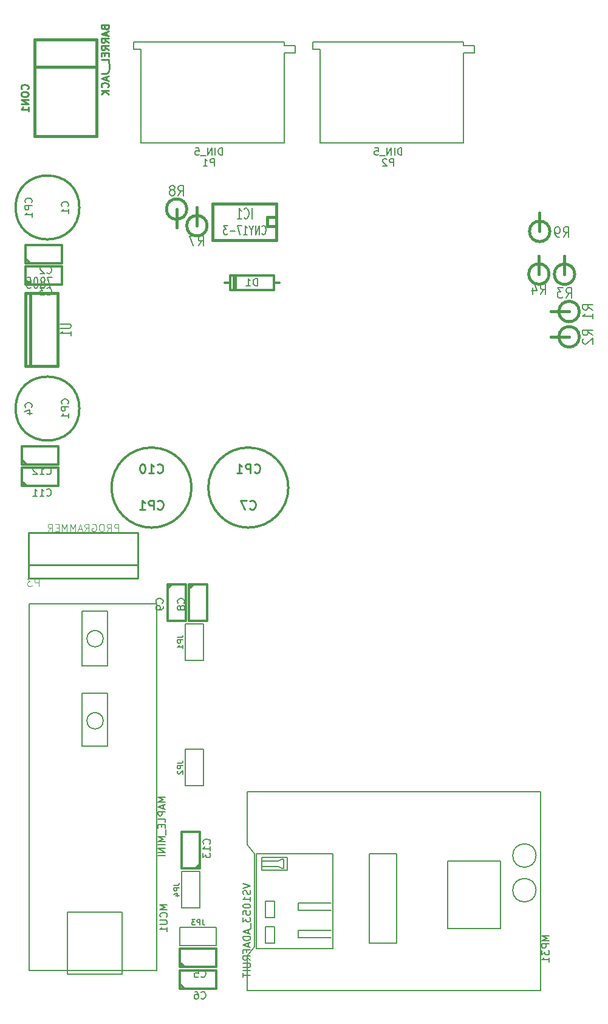
<source format=gbo>
G04 (created by PCBNEW (2013-07-07 BZR 4022)-stable) date 22/05/2015 13:43:49*
%MOIN*%
G04 Gerber Fmt 3.4, Leading zero omitted, Abs format*
%FSLAX34Y34*%
G01*
G70*
G90*
G04 APERTURE LIST*
%ADD10C,0.00590551*%
%ADD11C,0.015*%
%ADD12C,0.006*%
%ADD13C,0.012*%
%ADD14C,0.01*%
%ADD15C,0.008*%
%ADD16C,0.0035*%
G04 APERTURE END LIST*
G54D10*
G54D11*
X106336Y-47212D02*
X106086Y-47212D01*
X106086Y-47212D02*
X106086Y-51212D01*
X106086Y-51212D02*
X106336Y-51212D01*
X107836Y-47212D02*
X106336Y-47212D01*
X106336Y-47212D02*
X106336Y-51212D01*
X106336Y-51212D02*
X107836Y-51212D01*
X107836Y-51212D02*
X107836Y-47212D01*
G54D10*
X134098Y-78045D02*
G75*
G03X134098Y-78045I-640J0D01*
G74*
G01*
X134098Y-79945D02*
G75*
G03X134098Y-79945I-640J0D01*
G74*
G01*
X132158Y-82045D02*
X129258Y-82045D01*
X129258Y-82045D02*
X129258Y-78345D01*
X129258Y-78345D02*
X132158Y-78345D01*
X132158Y-78345D02*
X132158Y-82045D01*
X126458Y-82845D02*
X124958Y-82845D01*
X124958Y-82845D02*
X124958Y-77945D01*
X124958Y-77945D02*
X126458Y-77945D01*
X126458Y-77945D02*
X126458Y-82845D01*
X118258Y-77445D02*
X118258Y-74545D01*
X118258Y-83545D02*
X118258Y-85445D01*
X119058Y-78645D02*
X119958Y-78645D01*
X119958Y-78645D02*
X120158Y-78745D01*
X120158Y-78745D02*
X120258Y-78745D01*
X120258Y-78745D02*
X120258Y-78245D01*
X120258Y-78245D02*
X120158Y-78245D01*
X120158Y-78245D02*
X119958Y-78345D01*
X119958Y-78345D02*
X119058Y-78345D01*
X120458Y-78845D02*
X119058Y-78845D01*
X119058Y-78845D02*
X119058Y-78145D01*
X119058Y-78145D02*
X120458Y-78145D01*
X120458Y-78145D02*
X120458Y-78845D01*
X119758Y-81445D02*
X119258Y-81445D01*
X119258Y-81445D02*
X119258Y-80545D01*
X119258Y-80545D02*
X119758Y-80545D01*
X119758Y-80545D02*
X119758Y-81445D01*
X119758Y-82845D02*
X119258Y-82845D01*
X119258Y-82845D02*
X119258Y-81945D01*
X119258Y-81945D02*
X119758Y-81945D01*
X119758Y-81945D02*
X119758Y-82845D01*
X122858Y-81045D02*
X121058Y-81045D01*
X121058Y-81045D02*
X121058Y-80645D01*
X121058Y-80645D02*
X122858Y-80645D01*
X122858Y-82545D02*
X121058Y-82545D01*
X121058Y-82545D02*
X121058Y-82145D01*
X121058Y-82145D02*
X122858Y-82145D01*
X122158Y-83145D02*
X118758Y-83145D01*
X118758Y-83145D02*
X118758Y-77945D01*
X118758Y-77945D02*
X122958Y-77945D01*
X122958Y-77945D02*
X122958Y-83145D01*
X122958Y-83145D02*
X122158Y-83145D01*
X118258Y-83545D02*
X118658Y-83045D01*
X118658Y-83045D02*
X118658Y-77945D01*
X118658Y-77945D02*
X118258Y-77445D01*
X134358Y-85445D02*
X134358Y-74545D01*
X134358Y-74545D02*
X118258Y-74545D01*
X118258Y-85445D02*
X134358Y-85445D01*
G54D11*
X134295Y-43830D02*
X134295Y-42830D01*
X134854Y-43830D02*
G75*
G03X134854Y-43830I-559J0D01*
G74*
G01*
X134251Y-46169D02*
X134251Y-45169D01*
X134810Y-46169D02*
G75*
G03X134810Y-46169I-559J0D01*
G74*
G01*
X114370Y-42610D02*
X114370Y-43610D01*
X114929Y-42610D02*
G75*
G03X114929Y-42610I-559J0D01*
G74*
G01*
X135660Y-46180D02*
X135660Y-45180D01*
X136219Y-46180D02*
G75*
G03X136219Y-46180I-559J0D01*
G74*
G01*
X115485Y-43520D02*
X115485Y-42520D01*
X116044Y-43520D02*
G75*
G03X116044Y-43520I-559J0D01*
G74*
G01*
X135910Y-49610D02*
X134910Y-49610D01*
X136469Y-49610D02*
G75*
G03X136469Y-49610I-559J0D01*
G74*
G01*
X135910Y-48225D02*
X134910Y-48225D01*
X136469Y-48225D02*
G75*
G03X136469Y-48225I-559J0D01*
G74*
G01*
G54D12*
X116551Y-82980D02*
X116551Y-81980D01*
X116551Y-81980D02*
X114551Y-81980D01*
X114551Y-81980D02*
X114551Y-82980D01*
X114551Y-82980D02*
X116551Y-82980D01*
X115854Y-65338D02*
X114854Y-65338D01*
X114854Y-65338D02*
X114854Y-67338D01*
X114854Y-67338D02*
X115854Y-67338D01*
X115854Y-67338D02*
X115854Y-65338D01*
X115854Y-72228D02*
X114854Y-72228D01*
X114854Y-72228D02*
X114854Y-74228D01*
X114854Y-74228D02*
X115854Y-74228D01*
X115854Y-74228D02*
X115854Y-72228D01*
G54D11*
X119860Y-42307D02*
X116360Y-42307D01*
X116360Y-42307D02*
X116360Y-44307D01*
X116360Y-44307D02*
X119860Y-44307D01*
X119860Y-44307D02*
X119860Y-42307D01*
X119860Y-43057D02*
X119360Y-43057D01*
X119360Y-43057D02*
X119360Y-43557D01*
X119360Y-43557D02*
X119860Y-43557D01*
G54D13*
X117003Y-46653D02*
X117303Y-46653D01*
X117303Y-46653D02*
X117303Y-46253D01*
X117303Y-46253D02*
X119703Y-46253D01*
X119703Y-46253D02*
X119703Y-46653D01*
X119703Y-46653D02*
X120003Y-46653D01*
X119703Y-46653D02*
X119703Y-47053D01*
X119703Y-47053D02*
X117303Y-47053D01*
X117303Y-47053D02*
X117303Y-46653D01*
X117503Y-46253D02*
X117503Y-47053D01*
X117603Y-47053D02*
X117603Y-46253D01*
X109033Y-42519D02*
G75*
G03X109033Y-42519I-1750J0D01*
G74*
G01*
X109033Y-53543D02*
G75*
G03X109033Y-53543I-1750J0D01*
G74*
G01*
X120502Y-57874D02*
G75*
G03X120502Y-57874I-2195J0D01*
G74*
G01*
X115187Y-57874D02*
G75*
G03X115187Y-57874I-2195J0D01*
G74*
G01*
X113870Y-63193D02*
X113870Y-65173D01*
X113870Y-65173D02*
X114870Y-65173D01*
X114870Y-65173D02*
X114870Y-63173D01*
X114870Y-63173D02*
X113870Y-63173D01*
X114120Y-63173D02*
X113870Y-63423D01*
X115051Y-63193D02*
X115051Y-65173D01*
X115051Y-65173D02*
X116051Y-65173D01*
X116051Y-65173D02*
X116051Y-63173D01*
X116051Y-63173D02*
X115051Y-63173D01*
X115301Y-63173D02*
X115051Y-63423D01*
X114571Y-85342D02*
X116551Y-85342D01*
X116551Y-85342D02*
X116551Y-84342D01*
X116551Y-84342D02*
X114551Y-84342D01*
X114551Y-84342D02*
X114551Y-85342D01*
X114551Y-85092D02*
X114801Y-85342D01*
X114571Y-84161D02*
X116551Y-84161D01*
X116551Y-84161D02*
X116551Y-83161D01*
X116551Y-83161D02*
X114551Y-83161D01*
X114551Y-83161D02*
X114551Y-84161D01*
X114551Y-83911D02*
X114801Y-84161D01*
X105909Y-56602D02*
X107889Y-56602D01*
X107889Y-56602D02*
X107889Y-55602D01*
X107889Y-55602D02*
X105889Y-55602D01*
X105889Y-55602D02*
X105889Y-56602D01*
X105889Y-56352D02*
X106139Y-56602D01*
X105909Y-57783D02*
X107889Y-57783D01*
X107889Y-57783D02*
X107889Y-56783D01*
X107889Y-56783D02*
X105889Y-56783D01*
X105889Y-56783D02*
X105889Y-57783D01*
X105889Y-57533D02*
X106139Y-57783D01*
X106106Y-46759D02*
X108086Y-46759D01*
X108086Y-46759D02*
X108086Y-45759D01*
X108086Y-45759D02*
X106086Y-45759D01*
X106086Y-45759D02*
X106086Y-46759D01*
X106086Y-46509D02*
X106336Y-46759D01*
X106106Y-45578D02*
X108086Y-45578D01*
X108086Y-45578D02*
X108086Y-44578D01*
X108086Y-44578D02*
X106086Y-44578D01*
X106086Y-44578D02*
X106086Y-45578D01*
X106086Y-45328D02*
X106336Y-45578D01*
G54D10*
X110342Y-70658D02*
G75*
G03X110342Y-70658I-447J0D01*
G74*
G01*
X110342Y-66158D02*
G75*
G03X110342Y-66158I-447J0D01*
G74*
G01*
X110595Y-69158D02*
X109195Y-69158D01*
X109195Y-69158D02*
X109195Y-72058D01*
X109195Y-72058D02*
X110495Y-72058D01*
X110495Y-72058D02*
X110595Y-72058D01*
X110595Y-72058D02*
X110595Y-69158D01*
X110595Y-67658D02*
X109195Y-67658D01*
X109195Y-67658D02*
X109195Y-64658D01*
X109195Y-64658D02*
X110595Y-64658D01*
X110595Y-64658D02*
X110595Y-67658D01*
X111395Y-82858D02*
X111395Y-81158D01*
X111395Y-81158D02*
X108395Y-81158D01*
X108395Y-81158D02*
X108395Y-82858D01*
X111395Y-84558D02*
X111395Y-83758D01*
X111395Y-83758D02*
X111395Y-82858D01*
X108395Y-82858D02*
X108395Y-84558D01*
X108395Y-84558D02*
X111395Y-84558D01*
X113295Y-84358D02*
X113295Y-64258D01*
X113295Y-64258D02*
X106295Y-64258D01*
X106295Y-64258D02*
X106295Y-84358D01*
X106295Y-84358D02*
X113295Y-84358D01*
X120275Y-34055D02*
X120275Y-38976D01*
X120275Y-33661D02*
X120275Y-33464D01*
X120275Y-34055D02*
X120866Y-34055D01*
X120866Y-34055D02*
X120866Y-33661D01*
X120866Y-33661D02*
X120275Y-33661D01*
X112401Y-38976D02*
X120275Y-38976D01*
X112007Y-33858D02*
X112007Y-33464D01*
X112007Y-33858D02*
X112401Y-33858D01*
X112401Y-33858D02*
X112401Y-38976D01*
X116141Y-33464D02*
X112007Y-33464D01*
X116141Y-33464D02*
X120275Y-33464D01*
X130118Y-34055D02*
X130118Y-38976D01*
X130118Y-33661D02*
X130118Y-33464D01*
X130118Y-34055D02*
X130708Y-34055D01*
X130708Y-34055D02*
X130708Y-33661D01*
X130708Y-33661D02*
X130118Y-33661D01*
X122244Y-38976D02*
X130118Y-38976D01*
X121850Y-33858D02*
X121850Y-33464D01*
X121850Y-33858D02*
X122244Y-33858D01*
X122244Y-33858D02*
X122244Y-38976D01*
X125984Y-33464D02*
X121850Y-33464D01*
X125984Y-33464D02*
X130118Y-33464D01*
G54D11*
X106567Y-33617D02*
X106567Y-33317D01*
X106567Y-33317D02*
X109967Y-33317D01*
X109967Y-33317D02*
X109967Y-33617D01*
X106567Y-34817D02*
X109967Y-34817D01*
X106567Y-38617D02*
X109967Y-38617D01*
X109967Y-33617D02*
X109967Y-38617D01*
X106567Y-33617D02*
X106567Y-38617D01*
G54D14*
X109251Y-60364D02*
X112251Y-60364D01*
X109251Y-62114D02*
X112251Y-62114D01*
X109251Y-62864D02*
X112251Y-62864D01*
X106251Y-62864D02*
X106251Y-60364D01*
X112251Y-62864D02*
X112251Y-60364D01*
X109251Y-62114D02*
X106251Y-62114D01*
X106251Y-62864D02*
X109251Y-62864D01*
X109251Y-60364D02*
X106251Y-60364D01*
G54D12*
X115657Y-78921D02*
X114657Y-78921D01*
X114657Y-78921D02*
X114657Y-80921D01*
X114657Y-80921D02*
X115657Y-80921D01*
X115657Y-80921D02*
X115657Y-78921D01*
G54D13*
X115657Y-78735D02*
X115657Y-76755D01*
X115657Y-76755D02*
X114657Y-76755D01*
X114657Y-76755D02*
X114657Y-78755D01*
X114657Y-78755D02*
X115657Y-78755D01*
X115407Y-78755D02*
X115657Y-78505D01*
G54D15*
X107979Y-48907D02*
X108465Y-48907D01*
X108522Y-48926D01*
X108550Y-48945D01*
X108579Y-48984D01*
X108579Y-49060D01*
X108550Y-49098D01*
X108522Y-49117D01*
X108465Y-49136D01*
X107979Y-49136D01*
X108579Y-49536D02*
X108579Y-49307D01*
X108579Y-49422D02*
X107979Y-49422D01*
X108065Y-49384D01*
X108122Y-49345D01*
X108150Y-49307D01*
X107541Y-46355D02*
X107274Y-46355D01*
X107446Y-46955D01*
X107065Y-46612D02*
X107103Y-46584D01*
X107122Y-46555D01*
X107141Y-46498D01*
X107141Y-46469D01*
X107122Y-46412D01*
X107103Y-46384D01*
X107065Y-46355D01*
X106988Y-46355D01*
X106950Y-46384D01*
X106931Y-46412D01*
X106912Y-46469D01*
X106912Y-46498D01*
X106931Y-46555D01*
X106950Y-46584D01*
X106988Y-46612D01*
X107065Y-46612D01*
X107103Y-46641D01*
X107122Y-46669D01*
X107141Y-46726D01*
X107141Y-46841D01*
X107122Y-46898D01*
X107103Y-46926D01*
X107065Y-46955D01*
X106988Y-46955D01*
X106950Y-46926D01*
X106931Y-46898D01*
X106912Y-46841D01*
X106912Y-46726D01*
X106931Y-46669D01*
X106950Y-46641D01*
X106988Y-46612D01*
X106665Y-46355D02*
X106627Y-46355D01*
X106588Y-46384D01*
X106569Y-46412D01*
X106550Y-46469D01*
X106531Y-46584D01*
X106531Y-46726D01*
X106550Y-46841D01*
X106569Y-46898D01*
X106588Y-46926D01*
X106627Y-46955D01*
X106665Y-46955D01*
X106703Y-46926D01*
X106722Y-46898D01*
X106741Y-46841D01*
X106760Y-46726D01*
X106760Y-46584D01*
X106741Y-46469D01*
X106722Y-46412D01*
X106703Y-46384D01*
X106665Y-46355D01*
X106169Y-46355D02*
X106360Y-46355D01*
X106379Y-46641D01*
X106360Y-46612D01*
X106322Y-46584D01*
X106227Y-46584D01*
X106188Y-46612D01*
X106169Y-46641D01*
X106150Y-46698D01*
X106150Y-46841D01*
X106169Y-46898D01*
X106188Y-46926D01*
X106227Y-46955D01*
X106322Y-46955D01*
X106360Y-46926D01*
X106379Y-46898D01*
G54D10*
X134817Y-82442D02*
X134423Y-82442D01*
X134705Y-82573D01*
X134423Y-82705D01*
X134817Y-82705D01*
X134817Y-82892D02*
X134423Y-82892D01*
X134423Y-83042D01*
X134442Y-83080D01*
X134461Y-83098D01*
X134498Y-83117D01*
X134555Y-83117D01*
X134592Y-83098D01*
X134611Y-83080D01*
X134630Y-83042D01*
X134630Y-82892D01*
X134423Y-83248D02*
X134423Y-83492D01*
X134573Y-83361D01*
X134573Y-83417D01*
X134592Y-83455D01*
X134611Y-83473D01*
X134648Y-83492D01*
X134742Y-83492D01*
X134780Y-83473D01*
X134798Y-83455D01*
X134817Y-83417D01*
X134817Y-83305D01*
X134798Y-83267D01*
X134780Y-83248D01*
X134817Y-83867D02*
X134817Y-83642D01*
X134817Y-83754D02*
X134423Y-83754D01*
X134480Y-83717D01*
X134517Y-83679D01*
X134536Y-83642D01*
X118023Y-79577D02*
X118417Y-79708D01*
X118023Y-79839D01*
X118398Y-79952D02*
X118417Y-80008D01*
X118417Y-80102D01*
X118398Y-80139D01*
X118380Y-80158D01*
X118342Y-80177D01*
X118305Y-80177D01*
X118267Y-80158D01*
X118248Y-80139D01*
X118230Y-80102D01*
X118211Y-80027D01*
X118192Y-79989D01*
X118173Y-79970D01*
X118136Y-79952D01*
X118098Y-79952D01*
X118061Y-79970D01*
X118042Y-79989D01*
X118023Y-80027D01*
X118023Y-80120D01*
X118042Y-80177D01*
X118417Y-80552D02*
X118417Y-80327D01*
X118417Y-80439D02*
X118023Y-80439D01*
X118080Y-80402D01*
X118117Y-80364D01*
X118136Y-80327D01*
X118023Y-80795D02*
X118023Y-80833D01*
X118042Y-80870D01*
X118061Y-80889D01*
X118098Y-80908D01*
X118173Y-80927D01*
X118267Y-80927D01*
X118342Y-80908D01*
X118380Y-80889D01*
X118398Y-80870D01*
X118417Y-80833D01*
X118417Y-80795D01*
X118398Y-80758D01*
X118380Y-80739D01*
X118342Y-80720D01*
X118267Y-80702D01*
X118173Y-80702D01*
X118098Y-80720D01*
X118061Y-80739D01*
X118042Y-80758D01*
X118023Y-80795D01*
X118023Y-81283D02*
X118023Y-81095D01*
X118211Y-81077D01*
X118192Y-81095D01*
X118173Y-81133D01*
X118173Y-81227D01*
X118192Y-81264D01*
X118211Y-81283D01*
X118248Y-81302D01*
X118342Y-81302D01*
X118380Y-81283D01*
X118398Y-81264D01*
X118417Y-81227D01*
X118417Y-81133D01*
X118398Y-81095D01*
X118380Y-81077D01*
X118023Y-81433D02*
X118023Y-81676D01*
X118173Y-81545D01*
X118173Y-81601D01*
X118192Y-81639D01*
X118211Y-81658D01*
X118248Y-81676D01*
X118342Y-81676D01*
X118380Y-81658D01*
X118398Y-81639D01*
X118417Y-81601D01*
X118417Y-81489D01*
X118398Y-81452D01*
X118380Y-81433D01*
X118455Y-81751D02*
X118455Y-82051D01*
X118305Y-82126D02*
X118305Y-82314D01*
X118417Y-82089D02*
X118023Y-82220D01*
X118417Y-82351D01*
X118417Y-82483D02*
X118023Y-82483D01*
X118023Y-82576D01*
X118042Y-82633D01*
X118080Y-82670D01*
X118117Y-82689D01*
X118192Y-82708D01*
X118248Y-82708D01*
X118323Y-82689D01*
X118361Y-82670D01*
X118398Y-82633D01*
X118417Y-82576D01*
X118417Y-82483D01*
X118305Y-82858D02*
X118305Y-83045D01*
X118417Y-82820D02*
X118023Y-82951D01*
X118417Y-83083D01*
X118211Y-83345D02*
X118211Y-83214D01*
X118417Y-83214D02*
X118023Y-83214D01*
X118023Y-83401D01*
X118417Y-83776D02*
X118230Y-83645D01*
X118417Y-83551D02*
X118023Y-83551D01*
X118023Y-83701D01*
X118042Y-83739D01*
X118061Y-83757D01*
X118098Y-83776D01*
X118155Y-83776D01*
X118192Y-83757D01*
X118211Y-83739D01*
X118230Y-83701D01*
X118230Y-83551D01*
X118023Y-83945D02*
X118342Y-83945D01*
X118380Y-83964D01*
X118398Y-83982D01*
X118417Y-84020D01*
X118417Y-84095D01*
X118398Y-84132D01*
X118380Y-84151D01*
X118342Y-84170D01*
X118023Y-84170D01*
X118417Y-84357D02*
X118023Y-84357D01*
X118023Y-84489D02*
X118023Y-84714D01*
X118417Y-84601D02*
X118023Y-84601D01*
G54D15*
X135603Y-44147D02*
X135770Y-43885D01*
X135889Y-44147D02*
X135889Y-43597D01*
X135698Y-43597D01*
X135650Y-43623D01*
X135627Y-43650D01*
X135603Y-43702D01*
X135603Y-43780D01*
X135627Y-43833D01*
X135650Y-43859D01*
X135698Y-43885D01*
X135889Y-43885D01*
X135365Y-44147D02*
X135270Y-44147D01*
X135222Y-44121D01*
X135198Y-44095D01*
X135150Y-44016D01*
X135127Y-43911D01*
X135127Y-43702D01*
X135150Y-43650D01*
X135174Y-43623D01*
X135222Y-43597D01*
X135317Y-43597D01*
X135365Y-43623D01*
X135389Y-43650D01*
X135412Y-43702D01*
X135412Y-43833D01*
X135389Y-43885D01*
X135365Y-43911D01*
X135317Y-43938D01*
X135222Y-43938D01*
X135174Y-43911D01*
X135150Y-43885D01*
X135127Y-43833D01*
X134335Y-47269D02*
X134501Y-47007D01*
X134621Y-47269D02*
X134621Y-46719D01*
X134430Y-46719D01*
X134382Y-46746D01*
X134359Y-46772D01*
X134335Y-46824D01*
X134335Y-46903D01*
X134359Y-46955D01*
X134382Y-46981D01*
X134430Y-47007D01*
X134621Y-47007D01*
X133906Y-46903D02*
X133906Y-47269D01*
X134025Y-46693D02*
X134144Y-47086D01*
X133835Y-47086D01*
X114458Y-41872D02*
X114625Y-41610D01*
X114744Y-41872D02*
X114744Y-41322D01*
X114553Y-41322D01*
X114505Y-41348D01*
X114482Y-41375D01*
X114458Y-41427D01*
X114458Y-41505D01*
X114482Y-41558D01*
X114505Y-41584D01*
X114553Y-41610D01*
X114744Y-41610D01*
X114172Y-41558D02*
X114220Y-41532D01*
X114244Y-41505D01*
X114267Y-41453D01*
X114267Y-41427D01*
X114244Y-41375D01*
X114220Y-41348D01*
X114172Y-41322D01*
X114077Y-41322D01*
X114029Y-41348D01*
X114005Y-41375D01*
X113982Y-41427D01*
X113982Y-41453D01*
X114005Y-41505D01*
X114029Y-41532D01*
X114077Y-41558D01*
X114172Y-41558D01*
X114220Y-41584D01*
X114244Y-41610D01*
X114267Y-41663D01*
X114267Y-41767D01*
X114244Y-41820D01*
X114220Y-41846D01*
X114172Y-41872D01*
X114077Y-41872D01*
X114029Y-41846D01*
X114005Y-41820D01*
X113982Y-41767D01*
X113982Y-41663D01*
X114005Y-41610D01*
X114029Y-41584D01*
X114077Y-41558D01*
X135743Y-47477D02*
X135910Y-47215D01*
X136029Y-47477D02*
X136029Y-46927D01*
X135838Y-46927D01*
X135790Y-46953D01*
X135767Y-46979D01*
X135743Y-47032D01*
X135743Y-47110D01*
X135767Y-47163D01*
X135790Y-47189D01*
X135838Y-47215D01*
X136029Y-47215D01*
X135576Y-46927D02*
X135267Y-46927D01*
X135433Y-47136D01*
X135362Y-47136D01*
X135314Y-47163D01*
X135290Y-47189D01*
X135267Y-47241D01*
X135267Y-47372D01*
X135290Y-47425D01*
X135314Y-47451D01*
X135362Y-47477D01*
X135505Y-47477D01*
X135552Y-47451D01*
X135576Y-47425D01*
X115568Y-44620D02*
X115735Y-44358D01*
X115854Y-44620D02*
X115854Y-44070D01*
X115663Y-44070D01*
X115615Y-44096D01*
X115592Y-44122D01*
X115568Y-44175D01*
X115568Y-44253D01*
X115592Y-44306D01*
X115615Y-44332D01*
X115663Y-44358D01*
X115854Y-44358D01*
X115401Y-44070D02*
X115068Y-44070D01*
X115282Y-44620D01*
X137207Y-49526D02*
X136945Y-49360D01*
X137207Y-49240D02*
X136657Y-49240D01*
X136657Y-49431D01*
X136683Y-49479D01*
X136709Y-49502D01*
X136762Y-49526D01*
X136840Y-49526D01*
X136893Y-49502D01*
X136919Y-49479D01*
X136945Y-49431D01*
X136945Y-49240D01*
X136709Y-49717D02*
X136683Y-49740D01*
X136657Y-49788D01*
X136657Y-49907D01*
X136683Y-49955D01*
X136709Y-49979D01*
X136762Y-50002D01*
X136814Y-50002D01*
X136893Y-49979D01*
X137207Y-49693D01*
X137207Y-50002D01*
X137207Y-48141D02*
X136945Y-47975D01*
X137207Y-47855D02*
X136657Y-47855D01*
X136657Y-48046D01*
X136683Y-48094D01*
X136709Y-48117D01*
X136762Y-48141D01*
X136840Y-48141D01*
X136893Y-48117D01*
X136919Y-48094D01*
X136945Y-48046D01*
X136945Y-47855D01*
X137207Y-48617D02*
X137207Y-48332D01*
X137207Y-48475D02*
X136657Y-48475D01*
X136735Y-48427D01*
X136788Y-48379D01*
X136814Y-48332D01*
G54D12*
X115801Y-81551D02*
X115801Y-81766D01*
X115815Y-81808D01*
X115844Y-81837D01*
X115886Y-81851D01*
X115915Y-81851D01*
X115658Y-81851D02*
X115658Y-81551D01*
X115544Y-81551D01*
X115515Y-81566D01*
X115501Y-81580D01*
X115486Y-81608D01*
X115486Y-81651D01*
X115501Y-81680D01*
X115515Y-81694D01*
X115544Y-81708D01*
X115658Y-81708D01*
X115386Y-81551D02*
X115201Y-81551D01*
X115301Y-81666D01*
X115258Y-81666D01*
X115229Y-81680D01*
X115215Y-81694D01*
X115201Y-81723D01*
X115201Y-81794D01*
X115215Y-81823D01*
X115229Y-81837D01*
X115258Y-81851D01*
X115344Y-81851D01*
X115372Y-81837D01*
X115386Y-81823D01*
X114425Y-66088D02*
X114640Y-66088D01*
X114682Y-66074D01*
X114711Y-66045D01*
X114725Y-66002D01*
X114725Y-65974D01*
X114725Y-66231D02*
X114425Y-66231D01*
X114425Y-66345D01*
X114440Y-66374D01*
X114454Y-66388D01*
X114482Y-66402D01*
X114525Y-66402D01*
X114554Y-66388D01*
X114568Y-66374D01*
X114582Y-66345D01*
X114582Y-66231D01*
X114725Y-66688D02*
X114725Y-66517D01*
X114725Y-66602D02*
X114425Y-66602D01*
X114468Y-66574D01*
X114497Y-66545D01*
X114511Y-66517D01*
X114425Y-72978D02*
X114640Y-72978D01*
X114682Y-72964D01*
X114711Y-72935D01*
X114725Y-72892D01*
X114725Y-72864D01*
X114725Y-73121D02*
X114425Y-73121D01*
X114425Y-73235D01*
X114440Y-73264D01*
X114454Y-73278D01*
X114482Y-73292D01*
X114525Y-73292D01*
X114554Y-73278D01*
X114568Y-73264D01*
X114582Y-73235D01*
X114582Y-73121D01*
X114454Y-73406D02*
X114440Y-73421D01*
X114425Y-73449D01*
X114425Y-73521D01*
X114440Y-73549D01*
X114454Y-73564D01*
X114482Y-73578D01*
X114511Y-73578D01*
X114554Y-73564D01*
X114725Y-73392D01*
X114725Y-73578D01*
X118500Y-43149D02*
X118500Y-42549D01*
X118081Y-43092D02*
X118100Y-43121D01*
X118157Y-43149D01*
X118195Y-43149D01*
X118253Y-43121D01*
X118291Y-43064D01*
X118310Y-43007D01*
X118329Y-42892D01*
X118329Y-42807D01*
X118310Y-42692D01*
X118291Y-42635D01*
X118253Y-42578D01*
X118195Y-42549D01*
X118157Y-42549D01*
X118100Y-42578D01*
X118081Y-42607D01*
X117700Y-43149D02*
X117929Y-43149D01*
X117814Y-43149D02*
X117814Y-42549D01*
X117853Y-42635D01*
X117891Y-42692D01*
X117929Y-42721D01*
X119051Y-43961D02*
X119068Y-43985D01*
X119118Y-44009D01*
X119151Y-44009D01*
X119201Y-43985D01*
X119235Y-43938D01*
X119251Y-43890D01*
X119268Y-43795D01*
X119268Y-43723D01*
X119251Y-43628D01*
X119235Y-43580D01*
X119201Y-43533D01*
X119151Y-43509D01*
X119118Y-43509D01*
X119068Y-43533D01*
X119051Y-43557D01*
X118901Y-44009D02*
X118901Y-43509D01*
X118701Y-44009D01*
X118701Y-43509D01*
X118468Y-43771D02*
X118468Y-44009D01*
X118585Y-43509D02*
X118468Y-43771D01*
X118351Y-43509D01*
X118051Y-44009D02*
X118251Y-44009D01*
X118151Y-44009D02*
X118151Y-43509D01*
X118185Y-43580D01*
X118218Y-43628D01*
X118251Y-43652D01*
X117935Y-43509D02*
X117701Y-43509D01*
X117851Y-44009D01*
X117568Y-43818D02*
X117301Y-43818D01*
X117168Y-43509D02*
X116951Y-43509D01*
X117068Y-43699D01*
X117018Y-43699D01*
X116985Y-43723D01*
X116968Y-43747D01*
X116951Y-43795D01*
X116951Y-43914D01*
X116968Y-43961D01*
X116985Y-43985D01*
X117018Y-44009D01*
X117118Y-44009D01*
X117151Y-43985D01*
X117168Y-43961D01*
G54D15*
X118799Y-46815D02*
X118799Y-46415D01*
X118703Y-46415D01*
X118646Y-46434D01*
X118608Y-46472D01*
X118589Y-46510D01*
X118570Y-46586D01*
X118570Y-46644D01*
X118589Y-46720D01*
X118608Y-46758D01*
X118646Y-46796D01*
X118703Y-46815D01*
X118799Y-46815D01*
X118189Y-46815D02*
X118418Y-46815D01*
X118303Y-46815D02*
X118303Y-46415D01*
X118342Y-46472D01*
X118380Y-46510D01*
X118418Y-46529D01*
X108407Y-42453D02*
X108426Y-42433D01*
X108445Y-42376D01*
X108445Y-42338D01*
X108426Y-42281D01*
X108388Y-42243D01*
X108350Y-42224D01*
X108273Y-42205D01*
X108216Y-42205D01*
X108140Y-42224D01*
X108102Y-42243D01*
X108064Y-42281D01*
X108045Y-42338D01*
X108045Y-42376D01*
X108064Y-42433D01*
X108083Y-42453D01*
X108445Y-42833D02*
X108445Y-42605D01*
X108445Y-42719D02*
X108045Y-42719D01*
X108102Y-42681D01*
X108140Y-42643D01*
X108159Y-42605D01*
X106407Y-42253D02*
X106426Y-42233D01*
X106445Y-42176D01*
X106445Y-42138D01*
X106426Y-42081D01*
X106388Y-42043D01*
X106350Y-42024D01*
X106273Y-42005D01*
X106216Y-42005D01*
X106140Y-42024D01*
X106102Y-42043D01*
X106064Y-42081D01*
X106045Y-42138D01*
X106045Y-42176D01*
X106064Y-42233D01*
X106083Y-42253D01*
X106445Y-42424D02*
X106045Y-42424D01*
X106045Y-42576D01*
X106064Y-42614D01*
X106083Y-42633D01*
X106121Y-42653D01*
X106178Y-42653D01*
X106216Y-42633D01*
X106235Y-42614D01*
X106254Y-42576D01*
X106254Y-42424D01*
X106445Y-43033D02*
X106445Y-42805D01*
X106445Y-42919D02*
X106045Y-42919D01*
X106102Y-42881D01*
X106140Y-42843D01*
X106159Y-42805D01*
X106407Y-53476D02*
X106426Y-53457D01*
X106445Y-53400D01*
X106445Y-53362D01*
X106426Y-53305D01*
X106388Y-53267D01*
X106350Y-53248D01*
X106273Y-53229D01*
X106216Y-53229D01*
X106140Y-53248D01*
X106102Y-53267D01*
X106064Y-53305D01*
X106045Y-53362D01*
X106045Y-53400D01*
X106064Y-53457D01*
X106083Y-53476D01*
X106178Y-53819D02*
X106445Y-53819D01*
X106026Y-53724D02*
X106312Y-53629D01*
X106312Y-53876D01*
X108407Y-53276D02*
X108426Y-53257D01*
X108445Y-53200D01*
X108445Y-53162D01*
X108426Y-53105D01*
X108388Y-53067D01*
X108350Y-53048D01*
X108273Y-53029D01*
X108216Y-53029D01*
X108140Y-53048D01*
X108102Y-53067D01*
X108064Y-53105D01*
X108045Y-53162D01*
X108045Y-53200D01*
X108064Y-53257D01*
X108083Y-53276D01*
X108445Y-53448D02*
X108045Y-53448D01*
X108045Y-53600D01*
X108064Y-53638D01*
X108083Y-53657D01*
X108121Y-53676D01*
X108178Y-53676D01*
X108216Y-53657D01*
X108235Y-53638D01*
X108254Y-53600D01*
X108254Y-53448D01*
X108445Y-54057D02*
X108445Y-53829D01*
X108445Y-53943D02*
X108045Y-53943D01*
X108102Y-53905D01*
X108140Y-53867D01*
X108159Y-53829D01*
G54D14*
X118390Y-59028D02*
X118414Y-59052D01*
X118485Y-59076D01*
X118533Y-59076D01*
X118604Y-59052D01*
X118652Y-59004D01*
X118676Y-58957D01*
X118699Y-58862D01*
X118699Y-58790D01*
X118676Y-58695D01*
X118652Y-58647D01*
X118604Y-58600D01*
X118533Y-58576D01*
X118485Y-58576D01*
X118414Y-58600D01*
X118390Y-58624D01*
X118223Y-58576D02*
X117890Y-58576D01*
X118104Y-59076D01*
X118640Y-57028D02*
X118664Y-57052D01*
X118735Y-57076D01*
X118783Y-57076D01*
X118854Y-57052D01*
X118902Y-57004D01*
X118926Y-56957D01*
X118949Y-56862D01*
X118949Y-56790D01*
X118926Y-56695D01*
X118902Y-56647D01*
X118854Y-56600D01*
X118783Y-56576D01*
X118735Y-56576D01*
X118664Y-56600D01*
X118640Y-56624D01*
X118426Y-57076D02*
X118426Y-56576D01*
X118235Y-56576D01*
X118188Y-56600D01*
X118164Y-56624D01*
X118140Y-56671D01*
X118140Y-56743D01*
X118164Y-56790D01*
X118188Y-56814D01*
X118235Y-56838D01*
X118426Y-56838D01*
X117664Y-57076D02*
X117949Y-57076D01*
X117807Y-57076D02*
X117807Y-56576D01*
X117854Y-56647D01*
X117902Y-56695D01*
X117949Y-56719D01*
X113313Y-57028D02*
X113337Y-57052D01*
X113408Y-57076D01*
X113456Y-57076D01*
X113527Y-57052D01*
X113575Y-57004D01*
X113599Y-56957D01*
X113623Y-56862D01*
X113623Y-56790D01*
X113599Y-56695D01*
X113575Y-56647D01*
X113527Y-56600D01*
X113456Y-56576D01*
X113408Y-56576D01*
X113337Y-56600D01*
X113313Y-56624D01*
X112837Y-57076D02*
X113123Y-57076D01*
X112980Y-57076D02*
X112980Y-56576D01*
X113027Y-56647D01*
X113075Y-56695D01*
X113123Y-56719D01*
X112527Y-56576D02*
X112480Y-56576D01*
X112432Y-56600D01*
X112408Y-56624D01*
X112384Y-56671D01*
X112361Y-56766D01*
X112361Y-56885D01*
X112384Y-56981D01*
X112408Y-57028D01*
X112432Y-57052D01*
X112480Y-57076D01*
X112527Y-57076D01*
X112575Y-57052D01*
X112599Y-57028D01*
X112623Y-56981D01*
X112646Y-56885D01*
X112646Y-56766D01*
X112623Y-56671D01*
X112599Y-56624D01*
X112575Y-56600D01*
X112527Y-56576D01*
X113325Y-59028D02*
X113349Y-59052D01*
X113420Y-59076D01*
X113468Y-59076D01*
X113539Y-59052D01*
X113587Y-59004D01*
X113611Y-58957D01*
X113634Y-58862D01*
X113634Y-58790D01*
X113611Y-58695D01*
X113587Y-58647D01*
X113539Y-58600D01*
X113468Y-58576D01*
X113420Y-58576D01*
X113349Y-58600D01*
X113325Y-58624D01*
X113111Y-59076D02*
X113111Y-58576D01*
X112920Y-58576D01*
X112873Y-58600D01*
X112849Y-58624D01*
X112825Y-58671D01*
X112825Y-58743D01*
X112849Y-58790D01*
X112873Y-58814D01*
X112920Y-58838D01*
X113111Y-58838D01*
X112349Y-59076D02*
X112634Y-59076D01*
X112492Y-59076D02*
X112492Y-58576D01*
X112539Y-58647D01*
X112587Y-58695D01*
X112634Y-58719D01*
G54D15*
X113593Y-64206D02*
X113612Y-64187D01*
X113631Y-64130D01*
X113631Y-64092D01*
X113612Y-64035D01*
X113574Y-63997D01*
X113536Y-63977D01*
X113460Y-63958D01*
X113403Y-63958D01*
X113327Y-63977D01*
X113289Y-63997D01*
X113251Y-64035D01*
X113231Y-64092D01*
X113231Y-64130D01*
X113251Y-64187D01*
X113270Y-64206D01*
X113631Y-64397D02*
X113631Y-64473D01*
X113612Y-64511D01*
X113593Y-64530D01*
X113536Y-64568D01*
X113460Y-64587D01*
X113308Y-64587D01*
X113270Y-64568D01*
X113251Y-64549D01*
X113231Y-64511D01*
X113231Y-64435D01*
X113251Y-64397D01*
X113270Y-64377D01*
X113308Y-64358D01*
X113403Y-64358D01*
X113441Y-64377D01*
X113460Y-64397D01*
X113479Y-64435D01*
X113479Y-64511D01*
X113460Y-64549D01*
X113441Y-64568D01*
X113403Y-64587D01*
X114774Y-64206D02*
X114794Y-64187D01*
X114813Y-64130D01*
X114813Y-64092D01*
X114794Y-64035D01*
X114755Y-63997D01*
X114717Y-63977D01*
X114641Y-63958D01*
X114584Y-63958D01*
X114508Y-63977D01*
X114470Y-63997D01*
X114432Y-64035D01*
X114413Y-64092D01*
X114413Y-64130D01*
X114432Y-64187D01*
X114451Y-64206D01*
X114584Y-64435D02*
X114565Y-64397D01*
X114546Y-64377D01*
X114508Y-64358D01*
X114489Y-64358D01*
X114451Y-64377D01*
X114432Y-64397D01*
X114413Y-64435D01*
X114413Y-64511D01*
X114432Y-64549D01*
X114451Y-64568D01*
X114489Y-64587D01*
X114508Y-64587D01*
X114546Y-64568D01*
X114565Y-64549D01*
X114584Y-64511D01*
X114584Y-64435D01*
X114603Y-64397D01*
X114622Y-64377D01*
X114660Y-64358D01*
X114736Y-64358D01*
X114774Y-64377D01*
X114794Y-64397D01*
X114813Y-64435D01*
X114813Y-64511D01*
X114794Y-64549D01*
X114774Y-64568D01*
X114736Y-64587D01*
X114660Y-64587D01*
X114622Y-64568D01*
X114603Y-64549D01*
X114584Y-64511D01*
X115717Y-85866D02*
X115736Y-85885D01*
X115794Y-85904D01*
X115832Y-85904D01*
X115889Y-85885D01*
X115927Y-85847D01*
X115946Y-85809D01*
X115965Y-85732D01*
X115965Y-85675D01*
X115946Y-85599D01*
X115927Y-85561D01*
X115889Y-85523D01*
X115832Y-85504D01*
X115794Y-85504D01*
X115736Y-85523D01*
X115717Y-85542D01*
X115374Y-85504D02*
X115451Y-85504D01*
X115489Y-85523D01*
X115508Y-85542D01*
X115546Y-85599D01*
X115565Y-85675D01*
X115565Y-85828D01*
X115546Y-85866D01*
X115527Y-85885D01*
X115489Y-85904D01*
X115413Y-85904D01*
X115374Y-85885D01*
X115355Y-85866D01*
X115336Y-85828D01*
X115336Y-85732D01*
X115355Y-85694D01*
X115374Y-85675D01*
X115413Y-85656D01*
X115489Y-85656D01*
X115527Y-85675D01*
X115546Y-85694D01*
X115565Y-85732D01*
X115717Y-84685D02*
X115736Y-84704D01*
X115794Y-84723D01*
X115832Y-84723D01*
X115889Y-84704D01*
X115927Y-84666D01*
X115946Y-84628D01*
X115965Y-84551D01*
X115965Y-84494D01*
X115946Y-84418D01*
X115927Y-84380D01*
X115889Y-84342D01*
X115832Y-84323D01*
X115794Y-84323D01*
X115736Y-84342D01*
X115717Y-84361D01*
X115355Y-84323D02*
X115546Y-84323D01*
X115565Y-84513D01*
X115546Y-84494D01*
X115508Y-84475D01*
X115413Y-84475D01*
X115374Y-84494D01*
X115355Y-84513D01*
X115336Y-84551D01*
X115336Y-84647D01*
X115355Y-84685D01*
X115374Y-84704D01*
X115413Y-84723D01*
X115508Y-84723D01*
X115546Y-84704D01*
X115565Y-84685D01*
X107246Y-57126D02*
X107265Y-57145D01*
X107323Y-57164D01*
X107361Y-57164D01*
X107418Y-57145D01*
X107456Y-57107D01*
X107475Y-57069D01*
X107494Y-56992D01*
X107494Y-56935D01*
X107475Y-56859D01*
X107456Y-56821D01*
X107418Y-56783D01*
X107361Y-56764D01*
X107323Y-56764D01*
X107265Y-56783D01*
X107246Y-56802D01*
X106865Y-57164D02*
X107094Y-57164D01*
X106980Y-57164D02*
X106980Y-56764D01*
X107018Y-56821D01*
X107056Y-56859D01*
X107094Y-56878D01*
X106713Y-56802D02*
X106694Y-56783D01*
X106656Y-56764D01*
X106561Y-56764D01*
X106523Y-56783D01*
X106504Y-56802D01*
X106485Y-56840D01*
X106485Y-56878D01*
X106504Y-56935D01*
X106732Y-57164D01*
X106485Y-57164D01*
X107246Y-58307D02*
X107265Y-58326D01*
X107323Y-58345D01*
X107361Y-58345D01*
X107418Y-58326D01*
X107456Y-58288D01*
X107475Y-58250D01*
X107494Y-58173D01*
X107494Y-58116D01*
X107475Y-58040D01*
X107456Y-58002D01*
X107418Y-57964D01*
X107361Y-57945D01*
X107323Y-57945D01*
X107265Y-57964D01*
X107246Y-57983D01*
X106865Y-58345D02*
X107094Y-58345D01*
X106980Y-58345D02*
X106980Y-57945D01*
X107018Y-58002D01*
X107056Y-58040D01*
X107094Y-58059D01*
X106485Y-58345D02*
X106713Y-58345D01*
X106599Y-58345D02*
X106599Y-57945D01*
X106637Y-58002D01*
X106675Y-58040D01*
X106713Y-58059D01*
X107253Y-47283D02*
X107272Y-47302D01*
X107329Y-47321D01*
X107367Y-47321D01*
X107424Y-47302D01*
X107462Y-47264D01*
X107481Y-47226D01*
X107500Y-47150D01*
X107500Y-47093D01*
X107481Y-47016D01*
X107462Y-46978D01*
X107424Y-46940D01*
X107367Y-46921D01*
X107329Y-46921D01*
X107272Y-46940D01*
X107253Y-46959D01*
X107119Y-46921D02*
X106872Y-46921D01*
X107005Y-47074D01*
X106948Y-47074D01*
X106910Y-47093D01*
X106891Y-47112D01*
X106872Y-47150D01*
X106872Y-47245D01*
X106891Y-47283D01*
X106910Y-47302D01*
X106948Y-47321D01*
X107062Y-47321D01*
X107100Y-47302D01*
X107119Y-47283D01*
X107253Y-46102D02*
X107272Y-46121D01*
X107329Y-46140D01*
X107367Y-46140D01*
X107424Y-46121D01*
X107462Y-46083D01*
X107481Y-46045D01*
X107500Y-45969D01*
X107500Y-45912D01*
X107481Y-45835D01*
X107462Y-45797D01*
X107424Y-45759D01*
X107367Y-45740D01*
X107329Y-45740D01*
X107272Y-45759D01*
X107253Y-45778D01*
X107100Y-45778D02*
X107081Y-45759D01*
X107043Y-45740D01*
X106948Y-45740D01*
X106910Y-45759D01*
X106891Y-45778D01*
X106872Y-45816D01*
X106872Y-45854D01*
X106891Y-45912D01*
X107119Y-46140D01*
X106872Y-46140D01*
G54D10*
X113854Y-80736D02*
X113460Y-80736D01*
X113742Y-80867D01*
X113460Y-80998D01*
X113854Y-80998D01*
X113817Y-81411D02*
X113835Y-81392D01*
X113854Y-81336D01*
X113854Y-81298D01*
X113835Y-81242D01*
X113798Y-81205D01*
X113760Y-81186D01*
X113685Y-81167D01*
X113629Y-81167D01*
X113554Y-81186D01*
X113517Y-81205D01*
X113479Y-81242D01*
X113460Y-81298D01*
X113460Y-81336D01*
X113479Y-81392D01*
X113498Y-81411D01*
X113460Y-81580D02*
X113779Y-81580D01*
X113817Y-81598D01*
X113835Y-81617D01*
X113854Y-81655D01*
X113854Y-81730D01*
X113835Y-81767D01*
X113817Y-81786D01*
X113779Y-81805D01*
X113460Y-81805D01*
X113854Y-82198D02*
X113854Y-81973D01*
X113854Y-82086D02*
X113460Y-82086D01*
X113517Y-82048D01*
X113554Y-82011D01*
X113573Y-81973D01*
X113754Y-74855D02*
X113360Y-74855D01*
X113642Y-74986D01*
X113360Y-75117D01*
X113754Y-75117D01*
X113642Y-75286D02*
X113642Y-75474D01*
X113754Y-75249D02*
X113360Y-75380D01*
X113754Y-75511D01*
X113754Y-75642D02*
X113360Y-75642D01*
X113360Y-75792D01*
X113379Y-75830D01*
X113398Y-75848D01*
X113435Y-75867D01*
X113492Y-75867D01*
X113529Y-75848D01*
X113548Y-75830D01*
X113567Y-75792D01*
X113567Y-75642D01*
X113754Y-76223D02*
X113754Y-76036D01*
X113360Y-76036D01*
X113548Y-76355D02*
X113548Y-76486D01*
X113754Y-76542D02*
X113754Y-76355D01*
X113360Y-76355D01*
X113360Y-76542D01*
X113792Y-76617D02*
X113792Y-76917D01*
X113754Y-77011D02*
X113360Y-77011D01*
X113642Y-77142D01*
X113360Y-77273D01*
X113754Y-77273D01*
X113754Y-77461D02*
X113360Y-77461D01*
X113754Y-77648D02*
X113360Y-77648D01*
X113754Y-77873D01*
X113360Y-77873D01*
X113754Y-78061D02*
X113360Y-78061D01*
X116432Y-40245D02*
X116432Y-39851D01*
X116282Y-39851D01*
X116244Y-39870D01*
X116226Y-39888D01*
X116207Y-39926D01*
X116207Y-39982D01*
X116226Y-40020D01*
X116244Y-40038D01*
X116282Y-40057D01*
X116432Y-40057D01*
X115832Y-40245D02*
X116057Y-40245D01*
X115944Y-40245D02*
X115944Y-39851D01*
X115982Y-39907D01*
X116019Y-39945D01*
X116057Y-39963D01*
X116882Y-39645D02*
X116882Y-39251D01*
X116788Y-39251D01*
X116732Y-39270D01*
X116694Y-39307D01*
X116676Y-39345D01*
X116657Y-39420D01*
X116657Y-39476D01*
X116676Y-39551D01*
X116694Y-39588D01*
X116732Y-39626D01*
X116788Y-39645D01*
X116882Y-39645D01*
X116488Y-39645D02*
X116488Y-39251D01*
X116301Y-39645D02*
X116301Y-39251D01*
X116076Y-39645D01*
X116076Y-39251D01*
X115982Y-39682D02*
X115682Y-39682D01*
X115401Y-39251D02*
X115588Y-39251D01*
X115607Y-39438D01*
X115588Y-39420D01*
X115551Y-39401D01*
X115457Y-39401D01*
X115419Y-39420D01*
X115401Y-39438D01*
X115382Y-39476D01*
X115382Y-39570D01*
X115401Y-39607D01*
X115419Y-39626D01*
X115457Y-39645D01*
X115551Y-39645D01*
X115588Y-39626D01*
X115607Y-39607D01*
X126274Y-40245D02*
X126274Y-39851D01*
X126124Y-39851D01*
X126087Y-39870D01*
X126068Y-39888D01*
X126049Y-39926D01*
X126049Y-39982D01*
X126068Y-40020D01*
X126087Y-40038D01*
X126124Y-40057D01*
X126274Y-40057D01*
X125899Y-39888D02*
X125881Y-39870D01*
X125843Y-39851D01*
X125749Y-39851D01*
X125712Y-39870D01*
X125693Y-39888D01*
X125674Y-39926D01*
X125674Y-39963D01*
X125693Y-40020D01*
X125918Y-40245D01*
X125674Y-40245D01*
X126724Y-39645D02*
X126724Y-39251D01*
X126631Y-39251D01*
X126574Y-39270D01*
X126537Y-39307D01*
X126518Y-39345D01*
X126499Y-39420D01*
X126499Y-39476D01*
X126518Y-39551D01*
X126537Y-39588D01*
X126574Y-39626D01*
X126631Y-39645D01*
X126724Y-39645D01*
X126331Y-39645D02*
X126331Y-39251D01*
X126143Y-39645D02*
X126143Y-39251D01*
X125918Y-39645D01*
X125918Y-39251D01*
X125824Y-39682D02*
X125524Y-39682D01*
X125243Y-39251D02*
X125431Y-39251D01*
X125449Y-39438D01*
X125431Y-39420D01*
X125393Y-39401D01*
X125299Y-39401D01*
X125262Y-39420D01*
X125243Y-39438D01*
X125224Y-39476D01*
X125224Y-39570D01*
X125243Y-39607D01*
X125262Y-39626D01*
X125299Y-39645D01*
X125393Y-39645D01*
X125431Y-39626D01*
X125449Y-39607D01*
G54D14*
X106191Y-36031D02*
X106210Y-36012D01*
X106229Y-35955D01*
X106229Y-35917D01*
X106210Y-35860D01*
X106172Y-35822D01*
X106134Y-35803D01*
X106058Y-35783D01*
X106001Y-35783D01*
X105924Y-35803D01*
X105886Y-35822D01*
X105848Y-35860D01*
X105829Y-35917D01*
X105829Y-35955D01*
X105848Y-36012D01*
X105867Y-36031D01*
X105829Y-36279D02*
X105829Y-36355D01*
X105848Y-36393D01*
X105886Y-36431D01*
X105962Y-36450D01*
X106096Y-36450D01*
X106172Y-36431D01*
X106210Y-36393D01*
X106229Y-36355D01*
X106229Y-36279D01*
X106210Y-36241D01*
X106172Y-36203D01*
X106096Y-36183D01*
X105962Y-36183D01*
X105886Y-36203D01*
X105848Y-36241D01*
X105829Y-36279D01*
X106229Y-36622D02*
X105829Y-36622D01*
X106229Y-36850D01*
X105829Y-36850D01*
X106229Y-37250D02*
X106229Y-37022D01*
X106229Y-37136D02*
X105829Y-37136D01*
X105886Y-37098D01*
X105924Y-37060D01*
X105943Y-37022D01*
X110420Y-32655D02*
X110439Y-32712D01*
X110458Y-32731D01*
X110496Y-32750D01*
X110553Y-32750D01*
X110591Y-32731D01*
X110610Y-32712D01*
X110629Y-32674D01*
X110629Y-32522D01*
X110229Y-32522D01*
X110229Y-32655D01*
X110248Y-32693D01*
X110267Y-32712D01*
X110305Y-32731D01*
X110343Y-32731D01*
X110382Y-32712D01*
X110401Y-32693D01*
X110420Y-32655D01*
X110420Y-32522D01*
X110515Y-32903D02*
X110515Y-33093D01*
X110629Y-32864D02*
X110229Y-32998D01*
X110629Y-33131D01*
X110629Y-33493D02*
X110439Y-33360D01*
X110629Y-33264D02*
X110229Y-33264D01*
X110229Y-33417D01*
X110248Y-33455D01*
X110267Y-33474D01*
X110305Y-33493D01*
X110362Y-33493D01*
X110401Y-33474D01*
X110420Y-33455D01*
X110439Y-33417D01*
X110439Y-33264D01*
X110629Y-33893D02*
X110439Y-33760D01*
X110629Y-33664D02*
X110229Y-33664D01*
X110229Y-33817D01*
X110248Y-33855D01*
X110267Y-33874D01*
X110305Y-33893D01*
X110362Y-33893D01*
X110401Y-33874D01*
X110420Y-33855D01*
X110439Y-33817D01*
X110439Y-33664D01*
X110420Y-34064D02*
X110420Y-34198D01*
X110629Y-34255D02*
X110629Y-34064D01*
X110229Y-34064D01*
X110229Y-34255D01*
X110629Y-34617D02*
X110629Y-34426D01*
X110229Y-34426D01*
X110667Y-34655D02*
X110667Y-34960D01*
X110229Y-35169D02*
X110515Y-35169D01*
X110572Y-35150D01*
X110610Y-35112D01*
X110629Y-35055D01*
X110629Y-35017D01*
X110515Y-35341D02*
X110515Y-35531D01*
X110629Y-35303D02*
X110229Y-35436D01*
X110629Y-35569D01*
X110591Y-35931D02*
X110610Y-35912D01*
X110629Y-35855D01*
X110629Y-35817D01*
X110610Y-35760D01*
X110572Y-35722D01*
X110534Y-35703D01*
X110458Y-35683D01*
X110401Y-35683D01*
X110324Y-35703D01*
X110286Y-35722D01*
X110248Y-35760D01*
X110229Y-35817D01*
X110229Y-35855D01*
X110248Y-35912D01*
X110267Y-35931D01*
X110629Y-36103D02*
X110229Y-36103D01*
X110629Y-36331D02*
X110401Y-36160D01*
X110229Y-36331D02*
X110458Y-36103D01*
G54D16*
X106797Y-63276D02*
X106797Y-62876D01*
X106644Y-62876D01*
X106606Y-62895D01*
X106587Y-62914D01*
X106568Y-62952D01*
X106568Y-63009D01*
X106587Y-63047D01*
X106606Y-63066D01*
X106644Y-63085D01*
X106797Y-63085D01*
X106435Y-62876D02*
X106187Y-62876D01*
X106321Y-63028D01*
X106263Y-63028D01*
X106225Y-63047D01*
X106206Y-63066D01*
X106187Y-63104D01*
X106187Y-63199D01*
X106206Y-63237D01*
X106225Y-63257D01*
X106263Y-63276D01*
X106378Y-63276D01*
X106416Y-63257D01*
X106435Y-63237D01*
X111175Y-60276D02*
X111175Y-59876D01*
X111023Y-59876D01*
X110985Y-59895D01*
X110966Y-59914D01*
X110947Y-59952D01*
X110947Y-60009D01*
X110966Y-60047D01*
X110985Y-60066D01*
X111023Y-60085D01*
X111175Y-60085D01*
X110547Y-60276D02*
X110680Y-60085D01*
X110775Y-60276D02*
X110775Y-59876D01*
X110623Y-59876D01*
X110585Y-59895D01*
X110566Y-59914D01*
X110547Y-59952D01*
X110547Y-60009D01*
X110566Y-60047D01*
X110585Y-60066D01*
X110623Y-60085D01*
X110775Y-60085D01*
X110299Y-59876D02*
X110223Y-59876D01*
X110185Y-59895D01*
X110147Y-59933D01*
X110128Y-60009D01*
X110128Y-60142D01*
X110147Y-60218D01*
X110185Y-60257D01*
X110223Y-60276D01*
X110299Y-60276D01*
X110337Y-60257D01*
X110375Y-60218D01*
X110394Y-60142D01*
X110394Y-60009D01*
X110375Y-59933D01*
X110337Y-59895D01*
X110299Y-59876D01*
X109747Y-59895D02*
X109785Y-59876D01*
X109842Y-59876D01*
X109899Y-59895D01*
X109937Y-59933D01*
X109956Y-59971D01*
X109975Y-60047D01*
X109975Y-60104D01*
X109956Y-60180D01*
X109937Y-60218D01*
X109899Y-60257D01*
X109842Y-60276D01*
X109804Y-60276D01*
X109747Y-60257D01*
X109728Y-60237D01*
X109728Y-60104D01*
X109804Y-60104D01*
X109328Y-60276D02*
X109461Y-60085D01*
X109556Y-60276D02*
X109556Y-59876D01*
X109404Y-59876D01*
X109366Y-59895D01*
X109347Y-59914D01*
X109328Y-59952D01*
X109328Y-60009D01*
X109347Y-60047D01*
X109366Y-60066D01*
X109404Y-60085D01*
X109556Y-60085D01*
X109175Y-60161D02*
X108985Y-60161D01*
X109213Y-60276D02*
X109080Y-59876D01*
X108947Y-60276D01*
X108813Y-60276D02*
X108813Y-59876D01*
X108680Y-60161D01*
X108547Y-59876D01*
X108547Y-60276D01*
X108356Y-60276D02*
X108356Y-59876D01*
X108223Y-60161D01*
X108090Y-59876D01*
X108090Y-60276D01*
X107899Y-60066D02*
X107766Y-60066D01*
X107709Y-60276D02*
X107899Y-60276D01*
X107899Y-59876D01*
X107709Y-59876D01*
X107309Y-60276D02*
X107442Y-60085D01*
X107537Y-60276D02*
X107537Y-59876D01*
X107385Y-59876D01*
X107347Y-59895D01*
X107328Y-59914D01*
X107309Y-59952D01*
X107309Y-60009D01*
X107328Y-60047D01*
X107347Y-60066D01*
X107385Y-60085D01*
X107537Y-60085D01*
G54D12*
X114228Y-79671D02*
X114443Y-79671D01*
X114486Y-79656D01*
X114514Y-79628D01*
X114528Y-79585D01*
X114528Y-79556D01*
X114528Y-79814D02*
X114228Y-79814D01*
X114228Y-79928D01*
X114243Y-79956D01*
X114257Y-79971D01*
X114286Y-79985D01*
X114328Y-79985D01*
X114357Y-79971D01*
X114371Y-79956D01*
X114386Y-79928D01*
X114386Y-79814D01*
X114328Y-80242D02*
X114528Y-80242D01*
X114214Y-80171D02*
X114428Y-80099D01*
X114428Y-80285D01*
G54D15*
X116181Y-77398D02*
X116200Y-77379D01*
X116219Y-77322D01*
X116219Y-77284D01*
X116200Y-77227D01*
X116162Y-77189D01*
X116124Y-77170D01*
X116047Y-77151D01*
X115990Y-77151D01*
X115914Y-77170D01*
X115876Y-77189D01*
X115838Y-77227D01*
X115819Y-77284D01*
X115819Y-77322D01*
X115838Y-77379D01*
X115857Y-77398D01*
X116219Y-77779D02*
X116219Y-77551D01*
X116219Y-77665D02*
X115819Y-77665D01*
X115876Y-77627D01*
X115914Y-77589D01*
X115933Y-77551D01*
X115819Y-77913D02*
X115819Y-78160D01*
X115971Y-78027D01*
X115971Y-78084D01*
X115990Y-78122D01*
X116009Y-78141D01*
X116047Y-78160D01*
X116143Y-78160D01*
X116181Y-78141D01*
X116200Y-78122D01*
X116219Y-78084D01*
X116219Y-77970D01*
X116200Y-77932D01*
X116181Y-77913D01*
M02*

</source>
